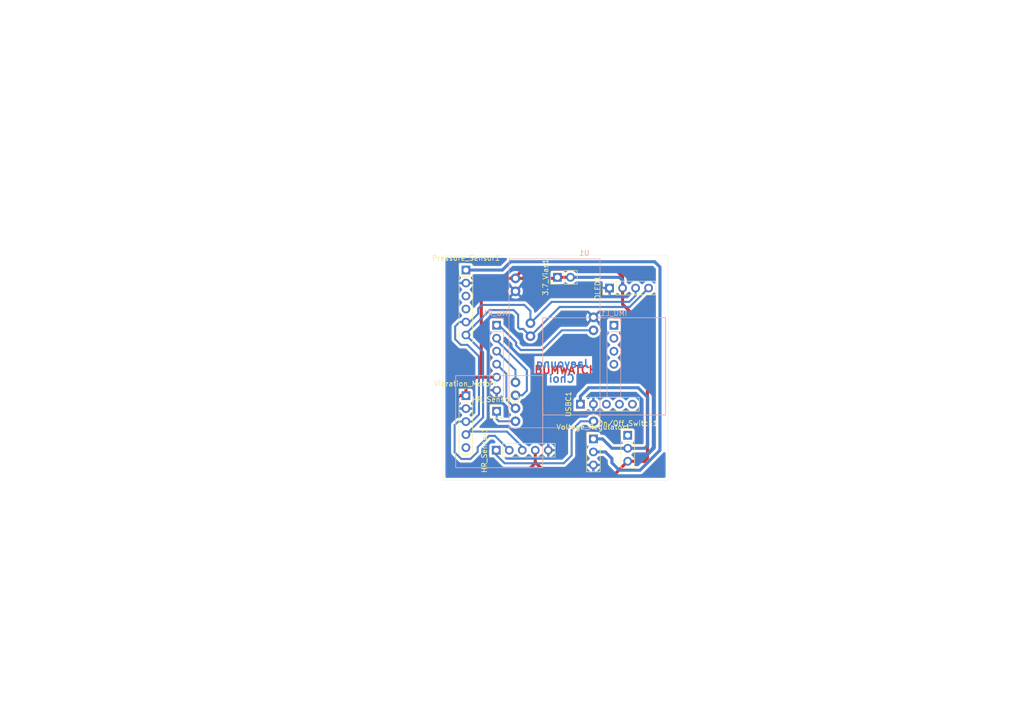
<source format=kicad_pcb>
(kicad_pcb (version 20241229) (generator "pcbnew") (generator_version "9.0")
  (layers (0 "F.Cu" signal) (4 "In1.Cu" signal) (6 "In2.Cu" signal) (2 "B.Cu" signal) (13 "F.Paste" user) (15 "B.Paste" user) (5 "F.SilkS" user "F.Silkscreen") (7 "B.SilkS" user "B.Silkscreen") (1 "F.Mask" user) (3 "B.Mask" user) (25 "Edge.Cuts" user))
  (net 0 "")
  (net 1 "/SCL")
  (net 2 "/SDA")
  (net 3 "GND")
  (net 4 "/D10")
  (net 5 "/3.3")
  (net 13 "/3.7")
  (net 17 "/SCK")
  (net 18 "/CS")
  (net 19 "/MISO")
  (net 20 "/D9")
  (net 21 "/MOSI")
  (net 23 "/BAT")
  (footprint "Connector_PinHeader_2.54mm:PinHeader_1x04_P2.54mm_Vertical" (layer "F.Cu") (at 189.06 75.9 90)
    (property "Reference" "OLED1" (at 0 -2.33 90) (layer "F.SilkS"))
    (property "Value" "Conn_01x04")
    (fp_line (start -1.33 -1.33) (end 0 -1.33) (stroke (width 0.12)) (layer "F.SilkS"))
    (fp_line (start -1.33 0) (end -1.33 -1.33) (stroke (width 0.12)) (layer "F.SilkS"))
    (fp_line (start 1.33 1.27) (end 1.33 8.95) (stroke (width 0.12)) (layer "F.SilkS"))
    (fp_line (start -1.33 1.27) (end 1.33 1.27) (stroke (width 0.12)) (layer "F.SilkS"))
    (fp_line (start -1.33 1.27) (end -1.33 8.95) (stroke (width 0.12)) (layer "F.SilkS"))
    (fp_line (start -1.33 8.95) (end 1.33 8.95) (stroke (width 0.12)) (layer "F.SilkS"))
    (pad "1" thru_hole rect (at 0 0 90) (size 1.7 1.7) (drill 1) (layers "*.Cu" "*.Mask") (net 3 "GND"))
    (pad "2" thru_hole oval (at 0 2.54 90) (size 1.7 1.7) (drill 1) (layers "*.Cu" "*.Mask") (net 13 "/3.7"))
    (pad "3" thru_hole oval (at 0 5.08 90) (size 1.7 1.7) (drill 1) (layers "*.Cu" "*.Mask") (net 1 "/SCL"))
    (pad "4" thru_hole oval (at 0 7.62 90) (size 1.7 1.7) (drill 1) (layers "*.Cu" "*.Mask") (net 2 "/SDA"))
  )
  (footprint "Connector_PinHeader_2.54mm:PinHeader_1x01_P2.54mm_Vertical" (layer "F.Cu") (at 167 100)
    (property "Reference" "HR_Sensor_1" (at 0 -2.33 0) (layer "F.SilkS"))
    (property "Value" "Conn_01x01")
    (fp_line (start -1.33 -1.33) (end 0 -1.33) (stroke (width 0.12)) (layer "F.SilkS"))
    (fp_line (start -1.33 0) (end -1.33 -1.33) (stroke (width 0.12)) (layer "F.SilkS"))
    (fp_line (start -1.33 1.27) (end -1.33 1.33) (stroke (width 0.12)) (layer "F.SilkS"))
    (fp_line (start -1.33 1.27) (end 1.33 1.27) (stroke (width 0.12)) (layer "F.SilkS"))
    (fp_line (start -1.33 1.33) (end 1.33 1.33) (stroke (width 0.12)) (layer "F.SilkS"))
    (fp_line (start 1.33 1.27) (end 1.33 1.33) (stroke (width 0.12)) (layer "F.SilkS"))
    (pad "1" thru_hole rect (at 0 0) (size 1.7 1.7) (drill 1) (layers "*.Cu" "*.Mask") (net 4 "/D10"))
  )
  (footprint "Connector_PinHeader_2.54mm:PinHeader_1x03_P2.54mm_Vertical" (layer "F.Cu") (at 185.9 105.387)
    (property "Reference" "Voltage_Regulator1" (at 0 -2.33 0) (layer "F.SilkS"))
    (property "Value" "Conn_01x03")
    (fp_line (start -1.33 -1.33) (end 0 -1.33) (stroke (width 0.12)) (layer "F.SilkS"))
    (fp_line (start -1.33 0) (end -1.33 -1.33) (stroke (width 0.12)) (layer "F.SilkS"))
    (fp_line (start -1.33 1.27) (end -1.33 6.41) (stroke (width 0.12)) (layer "F.SilkS"))
    (fp_line (start -1.33 1.27) (end 1.33 1.27) (stroke (width 0.12)) (layer "F.SilkS"))
    (fp_line (start -1.33 6.41) (end 1.33 6.41) (stroke (width 0.12)) (layer "F.SilkS"))
    (fp_line (start 1.33 1.27) (end 1.33 6.41) (stroke (width 0.12)) (layer "F.SilkS"))
    (pad "1" thru_hole rect (at 0 0) (size 1.7 1.7) (drill 1) (layers "*.Cu" "*.Mask") (net 23 "/BAT"))
    (pad "2" thru_hole oval (at 0 2.54) (size 1.7 1.7) (drill 1) (layers "*.Cu" "*.Mask") (net 5 "/3.3"))
    (pad "3" thru_hole oval (at 0 5.08) (size 1.7 1.7) (drill 1) (layers "*.Cu" "*.Mask") (net 3 "GND"))
  )
  (footprint "Connector_PinHeader_2.54mm:PinHeader_1x05_P2.54mm_Vertical" (layer "F.Cu") (at 183.36 98.6 90)
    (property "Reference" "USBC1" (at 0 -2.33 90) (layer "F.SilkS"))
    (property "Value" "Conn_01x05")
    (fp_line (start -1.33 -1.33) (end 0 -1.33) (stroke (width 0.12)) (layer "F.SilkS"))
    (fp_line (start -1.33 0) (end -1.33 -1.33) (stroke (width 0.12)) (layer "F.SilkS"))
    (fp_line (start 1.33 1.27) (end 1.33 11.49) (stroke (width 0.12)) (layer "F.SilkS"))
    (fp_line (start -1.33 1.27) (end 1.33 1.27) (stroke (width 0.12)) (layer "F.SilkS"))
    (fp_line (start -1.33 1.27) (end -1.33 11.49) (stroke (width 0.12)) (layer "F.SilkS"))
    (fp_line (start -1.33 11.49) (end 1.33 11.49) (stroke (width 0.12)) (layer "F.SilkS"))
    (pad "1" thru_hole rect (at 0 0 90) (size 1.7 1.7) (drill 1) (layers "*.Cu" "*.Mask") (net 23 "/BAT"))
    (pad "2" thru_hole oval (at 0 2.54 90) (size 1.7 1.7) (drill 1) (layers "*.Cu" "*.Mask") (net 3 "GND"))
    (pad "3" thru_hole oval (at 0 5.08 90) (size 1.7 1.7) (drill 1) (layers "*.Cu" "*.Mask"))
    (pad "4" thru_hole oval (at 0 7.62 90) (size 1.7 1.7) (drill 1) (layers "*.Cu" "*.Mask"))
    (pad "5" thru_hole oval (at 0 10.16 90) (size 1.7 1.7) (drill 1) (layers "*.Cu" "*.Mask"))
  )
  (footprint "Connector_PinHeader_2.54mm:PinHeader_1x06_P2.54mm_Vertical" (layer "F.Cu") (at 161 72.38)
    (property "Reference" "Pressure_Sensor1" (at 0 -2.33 0) (layer "F.SilkS"))
    (property "Value" "Conn_01x06")
    (fp_line (start -1.33 -1.33) (end 0 -1.33) (stroke (width 0.12)) (layer "F.SilkS"))
    (fp_line (start -1.33 0) (end -1.33 -1.33) (stroke (width 0.12)) (layer "F.SilkS"))
    (fp_line (start -1.33 1.27) (end -1.33 14.03) (stroke (width 0.12)) (layer "F.SilkS"))
    (fp_line (start -1.33 1.27) (end 1.33 1.27) (stroke (width 0.12)) (layer "F.SilkS"))
    (fp_line (start -1.33 14.03) (end 1.33 14.03) (stroke (width 0.12)) (layer "F.SilkS"))
    (fp_line (start 1.33 1.27) (end 1.33 14.03) (stroke (width 0.12)) (layer "F.SilkS"))
    (pad "1" thru_hole rect (at 0 0) (size 1.7 1.7) (drill 1) (layers "*.Cu" "*.Mask") (net 5 "/3.3"))
    (pad "2" thru_hole oval (at 0 2.54) (size 1.7 1.7) (drill 1) (layers "*.Cu" "*.Mask") (net 3 "GND"))
    (pad "3" thru_hole oval (at 0 5.08) (size 1.7 1.7) (drill 1) (layers "*.Cu" "*.Mask"))
    (pad "4" thru_hole oval (at 0 7.62) (size 1.7 1.7) (drill 1) (layers "*.Cu" "*.Mask"))
    (pad "5" thru_hole oval (at 0 10.16) (size 1.7 1.7) (drill 1) (layers "*.Cu" "*.Mask") (net 1 "/SCL"))
    (pad "6" thru_hole oval (at 0 12.7) (size 1.7 1.7) (drill 1) (layers "*.Cu" "*.Mask") (net 2 "/SDA"))
  )
  (footprint "Connector_PinHeader_2.54mm:PinHeader_1x05_P2.54mm_Vertical" (layer "F.Cu") (at 161 96.92)
    (property "Reference" "Vibration_Motor1" (at 0 -2.33 0) (layer "F.SilkS"))
    (property "Value" "Conn_01x05")
    (fp_line (start -1.33 -1.33) (end 0 -1.33) (stroke (width 0.12)) (layer "F.SilkS"))
    (fp_line (start -1.33 0) (end -1.33 -1.33) (stroke (width 0.12)) (layer "F.SilkS"))
    (fp_line (start -1.33 1.27) (end -1.33 11.49) (stroke (width 0.12)) (layer "F.SilkS"))
    (fp_line (start -1.33 1.27) (end 1.33 1.27) (stroke (width 0.12)) (layer "F.SilkS"))
    (fp_line (start -1.33 11.49) (end 1.33 11.49) (stroke (width 0.12)) (layer "F.SilkS"))
    (fp_line (start 1.33 1.27) (end 1.33 11.49) (stroke (width 0.12)) (layer "F.SilkS"))
    (pad "1" thru_hole rect (at 0 0) (size 1.7 1.7) (drill 1) (layers "*.Cu" "*.Mask") (net 13 "/3.7"))
    (pad "2" thru_hole oval (at 0 2.54) (size 1.7 1.7) (drill 1) (layers "*.Cu" "*.Mask") (net 3 "GND"))
    (pad "3" thru_hole oval (at 0 5.08) (size 1.7 1.7) (drill 1) (layers "*.Cu" "*.Mask") (net 1 "/SCL"))
    (pad "4" thru_hole oval (at 0 7.62) (size 1.7 1.7) (drill 1) (layers "*.Cu" "*.Mask") (net 2 "/SDA"))
    (pad "5" thru_hole oval (at 0 10.16) (size 1.7 1.7) (drill 1) (layers "*.Cu" "*.Mask"))
  )
  (footprint "Connector_PinHeader_2.54mm:PinHeader_1x05_P2.54mm_Vertical" (layer "F.Cu") (at 166.925 107.6 90)
    (property "Reference" "HR_Sensor1" (at 0 -2.33 90) (layer "F.SilkS"))
    (property "Value" "Conn_01x05")
    (fp_line (start -1.33 -1.33) (end 0 -1.33) (stroke (width 0.12)) (layer "F.SilkS"))
    (fp_line (start -1.33 0) (end -1.33 -1.33) (stroke (width 0.12)) (layer "F.SilkS"))
    (fp_line (start 1.33 1.27) (end 1.33 11.49) (stroke (width 0.12)) (layer "F.SilkS"))
    (fp_line (start -1.33 1.27) (end 1.33 1.27) (stroke (width 0.12)) (layer "F.SilkS"))
    (fp_line (start -1.33 1.27) (end -1.33 11.49) (stroke (width 0.12)) (layer "F.SilkS"))
    (fp_line (start -1.33 11.49) (end 1.33 11.49) (stroke (width 0.12)) (layer "F.SilkS"))
    (pad "1" thru_hole rect (at 0 0 90) (size 1.7 1.7) (drill 1) (layers "*.Cu" "*.Mask") (net 20 "/D9"))
    (pad "2" thru_hole oval (at 0 2.54 90) (size 1.7 1.7) (drill 1) (layers "*.Cu" "*.Mask") (net 1 "/SCL"))
    (pad "3" thru_hole oval (at 0 5.08 90) (size 1.7 1.7) (drill 1) (layers "*.Cu" "*.Mask") (net 2 "/SDA"))
    (pad "4" thru_hole oval (at 0 7.62 90) (size 1.7 1.7) (drill 1) (layers "*.Cu" "*.Mask") (net 13 "/3.7"))
    (pad "5" thru_hole oval (at 0 10.16 90) (size 1.7 1.7) (drill 1) (layers "*.Cu" "*.Mask") (net 3 "GND"))
  )
  (footprint "Connector_PinHeader_2.54mm:PinHeader_1x02_P2.54mm_Vertical" (layer "F.Cu") (at 178.875 73.8 90)
    (property "Reference" "3.7_Vias1" (at 0 -2.33 90) (layer "F.SilkS"))
    (property "Value" "Conn_01x02")
    (fp_line (start -1.33 -1.33) (end 0 -1.33) (stroke (width 0.12)) (layer "F.SilkS"))
    (fp_line (start -1.33 0) (end -1.33 -1.33) (stroke (width 0.12)) (layer "F.SilkS"))
    (fp_line (start 1.33 1.27) (end 1.33 3.87) (stroke (width 0.12)) (layer "F.SilkS"))
    (fp_line (start -1.33 1.27) (end 1.33 1.27) (stroke (width 0.12)) (layer "F.SilkS"))
    (fp_line (start -1.33 1.27) (end -1.33 3.87) (stroke (width 0.12)) (layer "F.SilkS"))
    (fp_line (start -1.33 3.87) (end 1.33 3.87) (stroke (width 0.12)) (layer "F.SilkS"))
    (pad "1" thru_hole rect (at 0 0 90) (size 1.7 1.7) (drill 1) (layers "*.Cu" "*.Mask") (net 13 "/3.7"))
    (pad "2" thru_hole oval (at 0 2.54 90) (size 1.7 1.7) (drill 1) (layers "*.Cu" "*.Mask") (net 13 "/3.7"))
  )
  (footprint "Connector_PinHeader_2.54mm:PinHeader_1x03_P2.54mm_Vertical" (layer "F.Cu") (at 192.6 104.675)
    (property "Reference" "On/Off_Switch1" (at 0 -2.33 0) (layer "F.SilkS"))
    (property "Value" "Conn_01x03")
    (fp_line (start -1.33 -1.33) (end 0 -1.33) (stroke (width 0.12)) (layer "F.SilkS"))
    (fp_line (start -1.33 0) (end -1.33 -1.33) (stroke (width 0.12)) (layer "F.SilkS"))
    (fp_line (start -1.33 1.27) (end -1.33 6.41) (stroke (width 0.12)) (layer "F.SilkS"))
    (fp_line (start -1.33 1.27) (end 1.33 1.27) (stroke (width 0.12)) (layer "F.SilkS"))
    (fp_line (start -1.33 6.41) (end 1.33 6.41) (stroke (width 0.12)) (layer "F.SilkS"))
    (fp_line (start 1.33 1.27) (end 1.33 6.41) (stroke (width 0.12)) (layer "F.SilkS"))
    (pad "1" thru_hole rect (at 0 0) (size 1.7 1.7) (drill 1) (layers "*.Cu" "*.Mask"))
    (pad "2" thru_hole oval (at 0 2.54) (size 1.7 1.7) (drill 1) (layers "*.Cu" "*.Mask") (net 23 "/BAT"))
    (pad "3" thru_hole oval (at 0 5.08) (size 1.7 1.7) (drill 1) (layers "*.Cu" "*.Mask") (net 13 "/3.7"))
  )
  (footprint "ARDUINO_PRO_MINI:MODULE_ARDUINO_PRO_MINI" (layer "B.Cu") (at 178.299 86.7 180)
    (property "Reference" "U1" (at -5.825 17.635 0) (layer "B.SilkS") (effects (justify mirror)))
    (property "Value" "ARDUINO_PRO_MINI")
    (fp_line (start 8.89 16.51) (end -8.89 16.51) (stroke (width 0.127)) (layer "B.SilkS"))
    (fp_line (start 8.89 -16.51) (end 8.89 16.51) (stroke (width 0.127)) (layer "B.SilkS"))
    (fp_line (start -8.89 16.51) (end -8.89 -16.51) (stroke (width 0.127)) (layer "B.SilkS"))
    (fp_line (start -8.89 -16.51) (end 8.89 -16.51) (stroke (width 0.127)) (layer "B.SilkS"))
    (pad "JP2_1" thru_hole circle (at 4.699 1.397 180) (size 1.8796 1.8796) (drill 1.016) (layers "F&B.Cu" "*.Mask") (net 2 "/SDA"))
    (pad "JP2_2" thru_hole circle (at 4.699 3.937 180) (size 1.8796 1.8796) (drill 1.016) (layers "F&B.Cu" "*.Mask") (net 1 "/SCL"))
    (pad "JP6_1" thru_hole circle (at 7.62 12.7 180) (size 1.8796 1.8796) (drill 1.016) (layers "F&B.Cu" "*.Mask") (net 13 "/3.7"))
    (pad "JP6_2" thru_hole circle (at 7.62 10.16 180) (size 1.8796 1.8796) (drill 1.016) (layers "F&B.Cu" "*.Mask") (net 3 "GND"))
    (pad "JP6_9" thru_hole circle (at 7.62 -7.62 180) (size 1.8796 1.8796) (drill 1.016) (layers "F&B.Cu" "*.Mask") (net 17 "/SCK"))
    (pad "JP6_10" thru_hole circle (at 7.62 -10.16 180) (size 1.8796 1.8796) (drill 1.016) (layers "F&B.Cu" "*.Mask") (net 19 "/MISO"))
    (pad "JP6_11" thru_hole circle (at 7.62 -12.7 180) (size 1.8796 1.8796) (drill 1.016) (layers "F&B.Cu" "*.Mask") (net 21 "/MOSI"))
    (pad "JP6_12" thru_hole circle (at 7.62 -15.24 180) (size 1.8796 1.8796) (drill 1.016) (layers "F&B.Cu" "*.Mask") (net 4 "/D10"))
    (pad "JP7_1" thru_hole circle (at -7.62 -15.24 180) (size 1.8796 1.8796) (drill 1.016) (layers "F&B.Cu" "*.Mask") (net 20 "/D9"))
    (pad "JP7_8" thru_hole circle (at -7.62 2.54 180) (size 1.8796 1.8796) (drill 1.016) (layers "F&B.Cu" "*.Mask") (net 18 "/CS"))
    (pad "JP7_9" thru_hole circle (at -7.62 5.08 180) (size 1.8796 1.8796) (drill 1.016) (layers "F&B.Cu" "*.Mask") (net 3 "GND"))
  )
  (footprint "Connector_PinHeader_2.54mm:PinHeader_1x06_P2.54mm_Vertical" (layer "B.Cu") (at 167 83.157 180)
    (property "Reference" "IMU_R1" (at 0 2.33 0) (layer "B.SilkS") (effects (justify mirror)))
    (property "Value" "Conn_01x06")
    (fp_line (start 1.33 -1.27) (end 1.33 -14.03) (stroke (width 0.12)) (layer "B.SilkS"))
    (fp_line (start -1.33 1.33) (end 0 1.33) (stroke (width 0.12)) (layer "B.SilkS"))
    (fp_line (start -1.33 0) (end -1.33 1.33) (stroke (width 0.12)) (layer "B.SilkS"))
    (fp_line (start -1.33 -1.27) (end 1.33 -1.27) (stroke (width 0.12)) (layer "B.SilkS"))
    (fp_line (start -1.33 -1.27) (end -1.33 -14.03) (stroke (width 0.12)) (layer "B.SilkS"))
    (fp_line (start -1.33 -14.03) (end 1.33 -14.03) (stroke (width 0.12)) (layer "B.SilkS"))
    (pad "1" thru_hole rect (at 0 0 180) (size 1.7 1.7) (drill 1) (layers "*.Cu" "*.Mask") (net 18 "/CS"))
    (pad "2" thru_hole oval (at 0 -2.54 180) (size 1.7 1.7) (drill 1) (layers "*.Cu" "*.Mask") (net 19 "/MISO"))
    (pad "3" thru_hole oval (at 0 -5.08 180) (size 1.7 1.7) (drill 1) (layers "*.Cu" "*.Mask") (net 17 "/SCK"))
    (pad "4" thru_hole oval (at 0 -7.62 180) (size 1.7 1.7) (drill 1) (layers "*.Cu" "*.Mask") (net 21 "/MOSI"))
    (pad "5" thru_hole oval (at 0 -10.16 180) (size 1.7 1.7) (drill 1) (layers "*.Cu" "*.Mask") (net 13 "/3.7"))
    (pad "6" thru_hole oval (at 0 -12.7 180) (size 1.7 1.7) (drill 1) (layers "*.Cu" "*.Mask") (net 3 "GND"))
  )
  (footprint "Connector_PinHeader_2.54mm:PinHeader_1x06_P2.54mm_Vertical" (layer "B.Cu") (at 189.9 83.177 180)
    (property "Reference" "IMU_L1" (at 0 2.33 0) (layer "B.SilkS") (effects (justify mirror)))
    (property "Value" "Conn_01x06")
    (fp_line (start 1.33 -1.27) (end 1.33 -14.03) (stroke (width 0.12)) (layer "B.SilkS"))
    (fp_line (start -1.33 1.33) (end 0 1.33) (stroke (width 0.12)) (layer "B.SilkS"))
    (fp_line (start -1.33 0) (end -1.33 1.33) (stroke (width 0.12)) (layer "B.SilkS"))
    (fp_line (start -1.33 -1.27) (end 1.33 -1.27) (stroke (width 0.12)) (layer "B.SilkS"))
    (fp_line (start -1.33 -1.27) (end -1.33 -14.03) (stroke (width 0.12)) (layer "B.SilkS"))
    (fp_line (start -1.33 -14.03) (end 1.33 -14.03) (stroke (width 0.12)) (layer "B.SilkS"))
    (pad "1" thru_hole rect (at 0 0 180) (size 1.7 1.7) (drill 1) (layers "F&B.Cu" "*.Mask"))
    (pad "2" thru_hole oval (at 0 -2.54 180) (size 1.7 1.7) (drill 1) (layers "F&B.Cu" "*.Mask"))
    (pad "3" thru_hole oval (at 0 -5.08 180) (size 1.7 1.7) (drill 1) (layers "F&B.Cu" "*.Mask"))
    (pad "4" thru_hole oval (at 0 -7.62 180) (size 1.7 1.7) (drill 1) (layers "F&B.Cu" "*.Mask"))
  )
  (gr_line (start 176 111) (end 176 93) (stroke (width 0.1524)) (layer "B.SilkS"))
  (gr_line (start 200 81.7) (end 176 81.7) (stroke (width 0.1524)) (layer "B.SilkS"))
  (gr_line (start 159 111) (end 176 111) (stroke (width 0.1524)) (layer "B.SilkS"))
  (gr_line (start 176 81.7) (end 176 100.7) (stroke (width 0.1524)) (layer "B.SilkS"))
  (gr_line (start 159 93) (end 159 111) (stroke (width 0.1524)) (layer "B.SilkS"))
  (gr_line (start 176 93) (end 159 93) (stroke (width 0.1524)) (layer "B.SilkS"))
  (gr_line (start 176 100.7) (end 200 100.7) (stroke (width 0.1524)) (layer "B.SilkS"))
  (gr_line (start 200 100.7) (end 200 81.7) (stroke (width 0.1524)) (layer "B.SilkS"))
  (gr_line (start 156.5 69.5) (end 200.5 69.5) (stroke (width 0.0381)) (layer "Edge.Cuts"))
  (gr_line (start 156.5 113.5) (end 156.5 69.5) (stroke (width 0.0381)) (layer "Edge.Cuts"))
  (gr_line (start 200.5 113.5) (end 156.5 113.5) (stroke (width 0.0381)) (layer "Edge.Cuts"))
  (gr_line (start 200.5 69.5) (end 200.5 113.5) (stroke (width 0.0381)) (layer "Edge.Cuts"))
  (gr_text "BUMWATCH" (at 174.2 92.8 0) (layer "F.Cu") (effects (font (size 1.524 1.524) (thickness 0.3048) (bold yes)) (justify left bottom)))
  (gr_text "Jaeyoung\n" (at 185.4 91.6 0) (layer "B.Cu") (effects (font (size 1.524 1.524) (thickness 0.3048) (bold yes)) (justify left bottom mirror)))
  (gr_text "Choi" (at 182.4 94.5 0) (layer "B.Cu") (effects (font (size 1.524 1.524) (thickness 0.3048) (bold yes)) (justify left bottom mirror)))
  (segment (start 172.4 79.2) (end 173.6 80.4) (width 0.4) (layer "B.Cu") (net 1))
  (segment (start 192.9 78.6) (end 177.763 78.6) (width 0.4) (layer "B.Cu") (net 1))
  (segment (start 160 87) (end 158.9 85.9) (width 0.4) (layer "B.Cu") (net 1))
  (segment (start 163.4 80.9) (end 163.4 79.9) (width 0.4) (layer "B.Cu") (net 1))
  (segment (start 163.55 100.6) (end 163.55 89.25) (width 0.4) (layer "B.Cu") (net 1))
  (segment (start 164.1 79.2) (end 172.4 79.2) (width 0.4) (layer "B.Cu") (net 1))
  (segment (start 158.8 102.7) (end 158.8 108) (width 0.4) (layer "B.Cu") (net 1))
  (segment (start 158.8 108) (end 160.1 109.3) (width 0.4) (layer "B.Cu") (net 1))
  (segment (start 162.15 102) (end 163.55 100.6) (width 0.4) (layer "B.Cu") (net 1))
  (segment (start 163.3 107) (end 165.5 104.8) (width 0.4) (layer "B.Cu") (net 1))
  (segment (start 161.76 82.54) (end 163.4 80.9) (width 0.4) (layer "B.Cu") (net 1))
  (segment (start 159.76 82.54) (end 161 82.54) (width 0.4) (layer "B.Cu") (net 1))
  (segment (start 159.5 102) (end 158.8 102.7) (width 0.4) (layer "B.Cu") (net 1))
  (segment (start 194.14 75.9) (end 194.14 77.36) (width 0.4) (layer "B.Cu") (net 1))
  (segment (start 161.3 87) (end 160 87) (width 0.4) (layer "B.Cu") (net 1))
  (segment (start 163.3 107.9) (end 163.3 107) (width 0.4) (layer "B.Cu") (net 1))
  (segment (start 161 82.54) (end 161.76 82.54) (width 0.4) (layer "B.Cu") (net 1))
  (segment (start 160.1 109.3) (end 161.9 109.3) (width 0.4) (layer "B.Cu") (net 1))
  (segment (start 177.763 78.6) (end 173.6 82.763) (width 0.4) (layer "B.Cu") (net 1))
  (segment (start 163.55 89.25) (end 161.3 87) (width 0.4) (layer "B.Cu") (net 1))
  (segment (start 166.665 104.8) (end 169.465 107.6) (width 0.4) (layer "B.Cu") (net 1))
  (segment (start 161 102) (end 159.5 102) (width 0.4) (layer "B.Cu") (net 1))
  (segment (start 194.14 77.36) (end 192.9 78.6) (width 0.4) (layer "B.Cu") (net 1))
  (segment (start 158.9 83.4) (end 159.76 82.54) (width 0.4) (layer "B.Cu") (net 1))
  (segment (start 163.4 79.9) (end 164.1 79.2) (width 0.4) (layer "B.Cu") (net 1))
  (segment (start 173.6 80.4) (end 173.6 82.763) (width 0.4) (layer "B.Cu") (net 1))
  (segment (start 158.9 85.9) (end 158.9 83.4) (width 0.4) (layer "B.Cu") (net 1))
  (segment (start 161.9 109.3) (end 163.3 107.9) (width 0.4) (layer "B.Cu") (net 1))
  (segment (start 165.5 104.8) (end 166.665 104.8) (width 0.4) (layer "B.Cu") (net 1))
  (segment (start 161 102) (end 162.15 102) (width 0.4) (layer "B.Cu") (net 1))
  (segment (start 170.3 80.2) (end 171.2 81.1) (width 0.4) (layer "B.Cu") (net 2))
  (segment (start 192.98 79.6) (end 179.303 79.6) (width 0.4) (layer "B.Cu") (net 2))
  (segment (start 161.59 103.95) (end 169 103.95) (width 0.4) (layer "B.Cu") (net 2))
  (segment (start 161 84.85) (end 165.65 80.2) (width 0.4) (layer "B.Cu") (net 2))
  (segment (start 171.5 83.9) (end 172.197 83.9) (width 0.4) (layer "B.Cu") (net 2))
  (segment (start 171.2 81.1) (end 171.2 83.6) (width 0.4) (layer "B.Cu") (net 2))
  (segment (start 164.35 88.43) (end 164.35 101.19) (width 0.4) (layer "B.Cu") (net 2))
  (segment (start 165.65 80.2) (end 170.3 80.2) (width 0.4) (layer "B.Cu") (net 2))
  (segment (start 169 103.95) (end 172.005 106.955) (width 0.4) (layer "B.Cu") (net 2))
  (segment (start 161 85.08) (end 161 84.85) (width 0.4) (layer "B.Cu") (net 2))
  (segment (start 161 85.08) (end 164.35 88.43) (width 0.4) (layer "B.Cu") (net 2))
  (segment (start 171.2 83.6) (end 171.5 83.9) (width 0.4) (layer "B.Cu") (net 2))
  (segment (start 172.005 106.955) (end 172.005 107.6) (width 0.4) (layer "B.Cu") (net 2))
  (segment (start 164.35 101.19) (end 161 104.54) (width 0.4) (layer "B.Cu") (net 2))
  (segment (start 196.68 75.9) (end 192.98 79.6) (width 0.4) (layer "B.Cu") (net 2))
  (segment (start 172.197 83.9) (end 173.6 85.303) (width 0.4) (layer "B.Cu") (net 2))
  (segment (start 179.303 79.6) (end 173.6 85.303) (width 0.4) (layer "B.Cu") (net 2))
  (segment (start 161 104.54) (end 161.59 103.95) (width 0.4) (layer "B.Cu") (net 2))
  (segment (start 167.44 101.94) (end 170.679 101.94) (width 0.4) (layer "B.Cu") (net 4))
  (segment (start 167 100) (end 167 101.5) (width 0.4) (layer "B.Cu") (net 4))
  (segment (start 167 101.5) (end 167.44 101.94) (width 0.4) (layer "B.Cu") (net 4))
  (segment (start 185.9 107.927) (end 185.573 107.927) (width 0.6) (layer "B.Cu") (net 5))
  (segment (start 198.9 71.8) (end 197.85 70.75) (width 0.6) (layer "B.Cu") (net 5))
  (segment (start 189.5115 109.2115) (end 189.5115 110.0615) (width 0.6) (layer "B.Cu") (net 5))
  (segment (start 190.95 111.5) (end 195 111.5) (width 0.6) (layer "B.Cu") (net 5))
  (segment (start 197.85 70.75) (end 169.75 70.75) (width 0.6) (layer "B.Cu") (net 5))
  (segment (start 185.9 107.927) (end 188.227 107.927) (width 0.6) (layer "B.Cu") (net 5))
  (segment (start 195 111.5) (end 198.9 107.6) (width 0.6) (layer "B.Cu") (net 5))
  (segment (start 198.9 107.6) (end 198.9 71.8) (width 0.6) (layer "B.Cu") (net 5))
  (segment (start 188.227 107.927) (end 189.5115 109.2115) (width 0.6) (layer "B.Cu") (net 5))
  (segment (start 168.12 72.38) (end 161 72.38) (width 0.6) (layer "B.Cu") (net 5))
  (segment (start 189.5115 110.0615) (end 190.95 111.5) (width 0.6) (layer "B.Cu") (net 5))
  (segment (start 169.75 70.75) (end 168.12 72.38) (width 0.6) (layer "B.Cu") (net 5))
  (segment (start 195.755 109.755) (end 192.6 109.755) (width 0.6) (layer "F.Cu") (net 13))
  (segment (start 191.6 79.05) (end 196.45 83.9) (width 0.6) (layer "F.Cu") (net 13))
  (segment (start 196.45 109.15) (end 195.8 109.8) (width 0.6) (layer "F.Cu") (net 13))
  (segment (start 164 93.317) (end 164 76.85) (width 0.6) (layer "F.Cu") (net 13))
  (segment (start 164 76.85) (end 166.85 74) (width 0.6) (layer "F.Cu") (net 13))
  (segment (start 191.6 73.7) (end 191.6 74.4) (width 0.6) (layer "F.Cu") (net 13))
  (segment (start 176.7 112.1) (end 174.545 109.945) (width 0.6) (layer "F.Cu") (net 13))
  (segment (start 166.85 74) (end 170.679 74) (width 0.6) (layer "F.Cu") (net 13))
  (segment (start 191.6 75.9) (end 191.6 79.05) (width 0.6) (layer "F.Cu") (net 13))
  (segment (start 178.875 73.8) (end 178.875 73.925) (width 0.6) (layer "F.Cu") (net 13))
  (segment (start 170.679 74) (end 170.679 73.771) (width 0.6) (layer "F.Cu") (net 13))
  (segment (start 195.8 109.8) (end 195.755 109.755) (width 0.6) (layer "F.Cu") (net 13))
  (segment (start 161 95.3) (end 162.983 93.317) (width 0.6) (layer "F.Cu") (net 13))
  (segment (start 162.983 93.317) (end 164 93.317) (width 0.6) (layer "F.Cu") (net 13))
  (segment (start 172.65 112) (end 174.545 110.105) (width 0.6) (layer "F.Cu") (net 13))
  (segment (start 191 73.8) (end 191.6 74.4) (width 0.6) (layer "F.Cu") (net 13))
  (segment (start 159.78 96.92) (end 157.45 99.25) (width 0.6) (layer "F.Cu") (net 13))
  (segment (start 178.875 73.8) (end 181.415 73.8) (width 0.6) (layer "F.Cu") (net 13))
  (segment (start 181.415 73.8) (end 191 73.8) (width 0.6) (layer "F.Cu") (net 13))
  (segment (start 174.545 109.945) (end 174.545 107.6) (width 0.6) (layer "F.Cu") (net 13))
  (segment (start 178.675 74) (end 178.875 73.8) (width 0.6) (layer "F.Cu") (net 13))
  (segment (start 157.45 109.75) (end 159.7 112) (width 0.6) (layer "F.Cu") (net 13))
  (segment (start 170.679 74) (end 178.675 74) (width 0.6) (layer "F.Cu") (net 13))
  (segment (start 157.45 99.25) (end 157.45 109.75) (width 0.6) (layer "F.Cu") (net 13))
  (segment (start 192.6 109.755) (end 190.255 112.1) (width 0.6) (layer "F.Cu") (net 13))
  (segment (start 190.1 72.2) (end 191.6 73.7) (width 0.6) (layer "F.Cu") (net 13))
  (segment (start 164 93.317) (end 167 93.317) (width 0.6) (layer "F.Cu") (net 13))
  (segment (start 170.679 73.771) (end 172.25 72.2) (width 0.6) (layer "F.Cu") (net 13))
  (segment (start 161 96.92) (end 159.78 96.92) (width 0.6) (layer "F.Cu") (net 13))
  (segment (start 172.25 72.2) (end 190.1 72.2) (width 0.6) (layer "F.Cu") (net 13))
  (segment (start 159.7 112) (end 172.65 112) (width 0.6) (layer "F.Cu") (net 13))
  (segment (start 190.255 112.1) (end 176.7 112.1) (width 0.6) (layer "F.Cu") (net 13))
  (segment (start 196.45 83.9) (end 196.45 109.15) (width 0.6) (layer "F.Cu") (net 13))
  (segment (start 174.545 110.105) (end 174.545 109.945) (width 0.6) (layer "F.Cu") (net 13))
  (segment (start 191.6 74.4) (end 191.6 75.9) (width 0.6) (layer "F.Cu") (net 13))
  (segment (start 161 96.92) (end 161 95.3) (width 0.6) (layer "F.Cu") (net 13))
  (segment (start 181.415 73.8) (end 191 73.8) (width 0.6) (layer "B.Cu") (net 13))
  (segment (start 191 73.8) (end 191.6 74.4) (width 0.6) (layer "B.Cu") (net 13))
  (segment (start 191.6 74.4) (end 191.6 75.9) (width 0.6) (layer "B.Cu") (net 13))
  (segment (start 170.679 91.916) (end 170.679 94.32) (width 0.4) (layer "B.Cu") (net 17))
  (segment (start 167 88.237) (end 170.679 91.916) (width 0.4) (layer "B.Cu") (net 17))
  (segment (start 179.74 84.16) (end 185.919 84.16) (width 0.4) (layer "B.Cu") (net 18))
  (segment (start 167.457 83.157) (end 170.8 86.5) (width 0.4) (layer "B.Cu") (net 18))
  (segment (start 175.9 88) (end 179.74 84.16) (width 0.4) (layer "B.Cu") (net 18))
  (segment (start 170.8 87.1) (end 171.7 88) (width 0.4) (layer "B.Cu") (net 18))
  (segment (start 167 83.157) (end 167.457 83.157) (width 0.4) (layer "B.Cu") (net 18))
  (segment (start 170.8 86.5) (end 170.8 87.1) (width 0.4) (layer "B.Cu") (net 18))
  (segment (start 171.7 88) (end 175.9 88) (width 0.4) (layer "B.Cu") (net 18))
  (segment (start 172.9 95.96) (end 172 96.86) (width 0.4) (layer "B.Cu") (net 19))
  (segment (start 172 96.86) (end 170.679 96.86) (width 0.4) (layer "B.Cu") (net 19))
  (segment (start 167 86.1) (end 172.9 92) (width 0.4) (layer "B.Cu") (net 19))
  (segment (start 172.9 92) (end 172.9 95.96) (width 0.4) (layer "B.Cu") (net 19))
  (segment (start 167 85.697) (end 167 86.1) (width 0.4) (layer "B.Cu") (net 19))
  (segment (start 181.65 103.65) (end 181.7 103.65) (width 0.4) (layer "B.Cu") (net 20))
  (segment (start 166.925 108.525) (end 168.55 110.15) (width 0.4) (layer "B.Cu") (net 20))
  (segment (start 166.925 107.6) (end 166.925 108.525) (width 0.4) (layer "B.Cu") (net 20))
  (segment (start 181.7 103.65) (end 183.41 101.94) (width 0.4) (layer "B.Cu") (net 20))
  (segment (start 183.41 101.94) (end 185.919 101.94) (width 0.4) (layer "B.Cu") (net 20))
  (segment (start 180.1 110.15) (end 181.65 108.6) (width 0.4) (layer "B.Cu") (net 20))
  (segment (start 168.55 110.15) (end 180.1 110.15) (width 0.4) (layer "B.Cu") (net 20))
  (segment (start 181.65 108.6) (end 181.65 103.65) (width 0.4) (layer "B.Cu") (net 20))
  (segment (start 170.6 99.4) (end 170.679 99.4) (width 0.4) (layer "B.Cu") (net 21))
  (segment (start 167 90.777) (end 168.9 92.677) (width 0.4) (layer "B.Cu") (net 21))
  (segment (start 168.9 97.7) (end 170.6 99.4) (width 0.4) (layer "B.Cu") (net 21))
  (segment (start 168.9 92.677) (end 168.9 97.7) (width 0.4) (layer "B.Cu") (net 21))
  (segment (start 183.36 97.04) (end 183.36 98.6) (width 0.6) (layer "B.Cu") (net 23))
  (segment (start 184.95 95.384794) (end 184.95 95.45) (width 0.6) (layer "B.Cu") (net 23))
  (segment (start 184.95 95.45) (end 183.36 97.04) (width 0.6) (layer "B.Cu") (net 23))
  (segment (start 194.634794 95.384794) (end 184.95 95.384794) (width 0.6) (layer "B.Cu") (net 23))
  (segment (start 192.6 107.215) (end 189.515 107.215) (width 0.6) (layer "B.Cu") (net 23))
  (segment (start 195.935 107.215) (end 196.5 106.65) (width 0.6) (layer "B.Cu") (net 23))
  (segment (start 189.515 107.215) (end 187.687 105.387) (width 0.6) (layer "B.Cu") (net 23))
  (segment (start 196.5 97.25) (end 194.634794 95.384794) (width 0.6) (layer "B.Cu") (net 23))
  (segment (start 187.687 105.387) (end 185.9 105.387) (width 0.6) (layer "B.Cu") (net 23))
  (segment (start 192.6 107.215) (end 195.935 107.215) (width 0.6) (layer "B.Cu") (net 23))
  (segment (start 196.5 106.65) (end 196.5 97.25) (width 0.6) (layer "B.Cu") (net 23))
  (zone (net 3) (net_name "GND") (layer "B.Cu") (connect_pads (clearance 0.5)) (min_thickness 0.5) (fill yes (thermal_gap 0.5) (thermal_bridge_width 0.5))
    (polygon (pts (xy 70 159.6) (xy 270 159.6) (xy 270 19.6) (xy 70 19.7)))
  )
)
</source>
